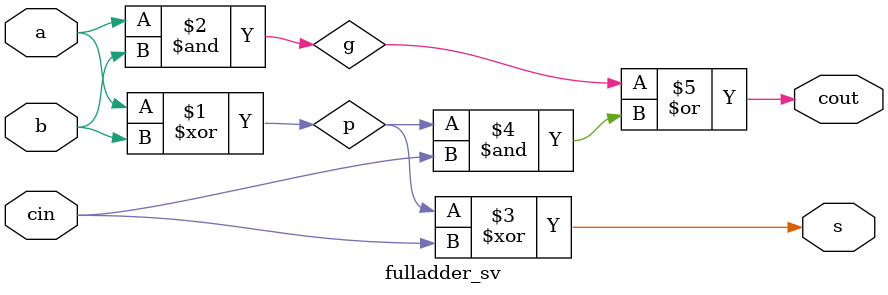
<source format=sv>
module fulladder_sv
(
	input logic a, b, cin,
	output logic s, cout
);
logic p, g;
assign p = a ^ b;
assign g = a & b;
assign s = p ^ cin;
assign cout = g |(p & cin);
endmodule
</source>
